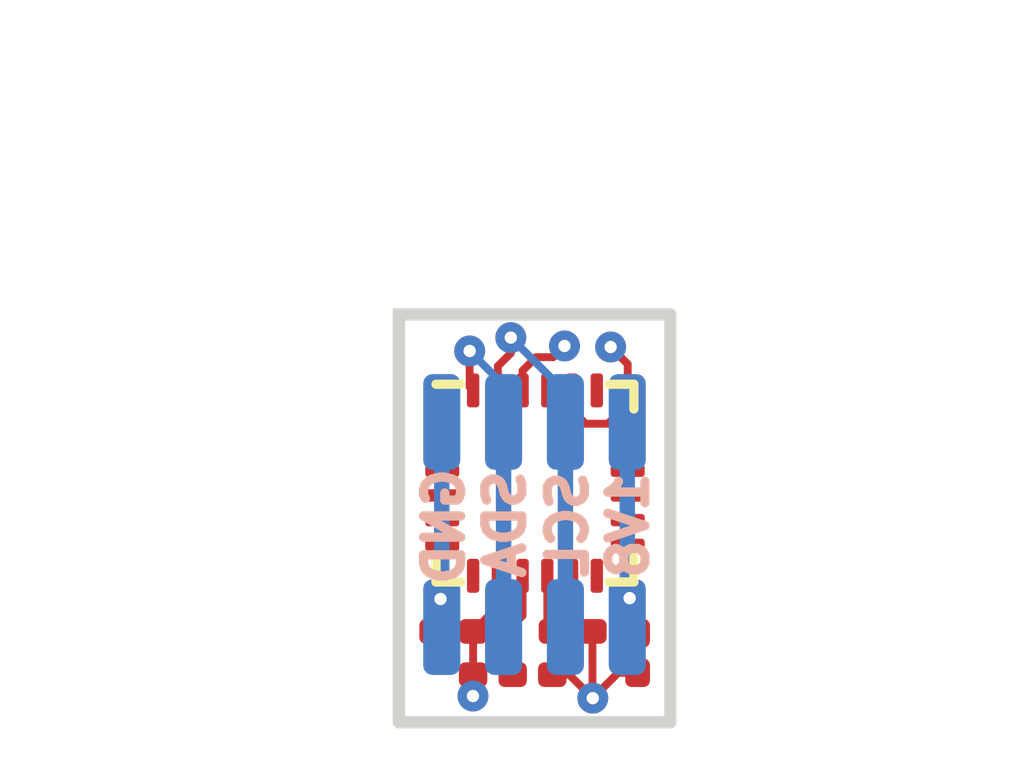
<source format=kicad_pcb>
(kicad_pcb (version 20221018) (generator pcbnew)
  (layers (0 "F.Cu" signal) (1 "In1.Cu" signal) (2 "In2.Cu" signal) (31 "B.Cu" signal) (34 "B.Paste" user) (35 "F.Paste" user) (36 "B.SilkS" user "B.Silkscreen") (37 "F.SilkS" user "F.Silkscreen") (38 "B.Mask" user) (39 "F.Mask" user) (44 "Edge.Cuts" user))
  (net 0 "")
  (net 1 "GND")
  (net 2 "+1V8")
  (net 3 "Net-(U1-REGOUT)")
  (net 4 "SCL")
  (net 5 "SDA")
  (net 6 "Net-(JP1-C)")
  (footprint "footprints:Micro_Solder_Jumper" (layer "F.Cu") (at 124.64 98.1 180)
    (fp_text reference "JP1" hide)
    (fp_text value "SolderJumper_3_Open")
    (pad "1" smd roundrect (at -0.64 0 180) (size 0.46 0.4) (layers "F.Cu" "F.Mask") (net 1 "GND"))
    (pad "2" smd roundrect (at 0 0 180) (size 0.46 0.4) (layers "F.Cu" "F.Mask") (net 6 "Net-(JP1-C)"))
    (pad "3" smd roundrect (at 0.64 0 180) (size 0.46 0.4) (layers "F.Cu" "F.Mask") (net 2 "+1V8"))
  )
  (footprint "Sensor_Motion:InvenSense_QFN-24_3x3mm_P0.4mm" (layer "F.Cu") (at 125 95)
    (fp_text reference "U1" hide)
    (fp_text value "ICM-20948")
    (fp_line (start -1.6 -1.6) (end -1.2 -1.6) (stroke (width 0.15)) (layer "F.SilkS"))
    (fp_line (start -1.6 1.6) (end -1.6 1.2) (stroke (width 0.15)) (layer "F.SilkS"))
    (fp_line (start -1.6 1.6) (end -1.2 1.6) (stroke (width 0.15)) (layer "F.SilkS"))
    (fp_line (start 1.6 -1.6) (end 1.2 -1.6) (stroke (width 0.15)) (layer "F.SilkS"))
    (fp_line (start 1.6 -1.6) (end 1.6 -1.2) (stroke (width 0.15)) (layer "F.SilkS"))
    (fp_line (start 1.6 1.6) (end 1.2 1.6) (stroke (width 0.15)) (layer "F.SilkS"))
    (fp_line (start 1.6 1.6) (end 1.6 1.2) (stroke (width 0.15)) (layer "F.SilkS"))
    (pad "1" smd roundrect (at -1.5 -1) (size 0.55 0.2) (layers "F.Cu" "F.Paste" "F.Mask"))
    (pad "2" smd roundrect (at -1.5 -0.6) (size 0.55 0.2) (layers "F.Cu" "F.Paste" "F.Mask"))
    (pad "3" smd roundrect (at -1.5 -0.2) (size 0.55 0.2) (layers "F.Cu" "F.Paste" "F.Mask"))
    (pad "4" smd roundrect (at -1.5 0.2) (size 0.55 0.2) (layers "F.Cu" "F.Paste" "F.Mask"))
    (pad "5" smd roundrect (at -1.5 0.6) (size 0.55 0.2) (layers "F.Cu" "F.Paste" "F.Mask"))
    (pad "6" smd roundrect (at -1.5 1) (size 0.55 0.2) (layers "F.Cu" "F.Paste" "F.Mask"))
    (pad "7" smd roundrect (at -1 1.5 90) (size 0.55 0.2) (layers "F.Cu" "F.Paste" "F.Mask"))
    (pad "8" smd roundrect (at -0.6 1.5 90) (size 0.55 0.2) (layers "F.Cu" "F.Paste" "F.Mask") (net 2 "+1V8"))
    (pad "9" smd roundrect (at -0.2 1.5 90) (size 0.55 0.2) (layers "F.Cu" "F.Paste" "F.Mask") (net 6 "Net-(JP1-C)"))
    (pad "10" smd roundrect (at 0.2 1.5 90) (size 0.55 0.2) (layers "F.Cu" "F.Paste" "F.Mask") (net 3 "Net-(U1-REGOUT)"))
    (pad "11" smd roundrect (at 0.6 1.5 90) (size 0.55 0.2) (layers "F.Cu" "F.Paste" "F.Mask"))
    (pad "12" smd roundrect (at 1 1.5 90) (size 0.55 0.2) (layers "F.Cu" "F.Paste" "F.Mask"))
    (pad "13" smd roundrect (at 1.5 1) (size 0.55 0.2) (layers "F.Cu" "F.Paste" "F.Mask") (net 2 "+1V8"))
    (pad "14" smd roundrect (at 1.5 0.6) (size 0.55 0.2) (layers "F.Cu" "F.Paste" "F.Mask"))
    (pad "15" smd roundrect (at 1.5 0.2) (size 0.55 0.2) (layers "F.Cu" "F.Paste" "F.Mask"))
    (pad "16" smd roundrect (at 1.5 -0.2) (size 0.55 0.2) (layers "F.Cu" "F.Paste" "F.Mask"))
    (pad "17" smd roundrect (at 1.5 -0.6) (size 0.55 0.2) (layers "F.Cu" "F.Paste" "F.Mask"))
    (pad "18" smd roundrect (at 1.5 -1) (size 0.55 0.2) (layers "F.Cu" "F.Paste" "F.Mask") (net 1 "GND"))
    (pad "19" smd roundrect (at 1 -1.5 90) (size 0.55 0.2) (layers "F.Cu" "F.Paste" "F.Mask"))
    (pad "20" smd roundrect (at 0.6 -1.5 90) (size 0.55 0.2) (layers "F.Cu" "F.Paste" "F.Mask") (net 1 "GND"))
    (pad "21" smd roundrect (at 0.2 -1.5 90) (size 0.55 0.2) (layers "F.Cu" "F.Paste" "F.Mask"))
    (pad "22" smd roundrect (at -0.2 -1.5 90) (size 0.55 0.2) (layers "F.Cu" "F.Paste" "F.Mask") (net 2 "+1V8"))
    (pad "23" smd roundrect (at -0.6 -1.5 90) (size 0.55 0.2) (layers "F.Cu" "F.Paste" "F.Mask") (net 4 "SCL"))
    (pad "24" smd roundrect (at -1 -1.5 90) (size 0.55 0.2) (layers "F.Cu" "F.Paste" "F.Mask") (net 5 "SDA"))
  )
  (footprint "Capacitor_SMD:C_0201_0603Metric" (layer "F.Cu") (at 123.68 97.4)
    (fp_text reference "C1" hide)
    (fp_text value "100n")
    (pad "1" smd roundrect (at -0.32 0) (size 0.46 0.4) (layers "F.Cu" "F.Mask") (net 1 "GND"))
    (pad "2" smd roundrect (at 0.32 0) (size 0.46 0.4) (layers "F.Cu" "F.Mask") (net 2 "+1V8"))
  )
  (footprint "Capacitor_SMD:C_0201_0603Metric" (layer "F.Cu") (at 125.61 97.4)
    (fp_text reference "C3" hide)
    (fp_text value "100n")
    (pad "1" smd roundrect (at -0.32 0) (size 0.46 0.4) (layers "F.Cu" "F.Mask") (net 3 "Net-(U1-REGOUT)"))
    (pad "2" smd roundrect (at 0.32 0) (size 0.46 0.4) (layers "F.Cu" "F.Mask") (net 1 "GND"))
  )
  (footprint "Capacitor_SMD:C_0201_0603Metric" (layer "F.Cu") (at 126.66 97.75 -90)
    (fp_text reference "C2" hide)
    (fp_text value "100n")
    (pad "1" smd roundrect (at -0.32 0 270) (size 0.46 0.4) (layers "F.Cu" "F.Mask") (net 2 "+1V8"))
    (pad "2" smd roundrect (at 0.32 0 270) (size 0.46 0.4) (layers "F.Cu" "F.Mask") (net 1 "GND"))
  )
  (footprint "footprints:JST_SH_SM04B-SRSS-TB_1x04-1MP_P1.00mm_Horizontal_Only_Wire_Pads" (layer "B.Cu") (at 125 98.040279)
    (fp_text reference "J2" hide)
    (fp_text value "Conn_01x04")
    (pad "1" smd roundrect (at -1.507303 -0.710279) (size 0.6 1.55) (layers "B.Cu" "B.Paste" "B.Mask") (net 1 "GND"))
    (pad "2" smd roundrect (at -0.507303 -0.710279) (size 0.6 1.55) (layers "B.Cu" "B.Paste" "B.Mask") (net 5 "SDA"))
    (pad "3" smd roundrect (at 0.492697 -0.710279) (size 0.6 1.55) (layers "B.Cu" "B.Paste" "B.Mask") (net 4 "SCL"))
    (pad "4" smd roundrect (at 1.492697 -0.710279) (size 0.6 1.55) (layers "B.Cu" "B.Paste" "B.Mask") (net 2 "+1V8"))
  )
  (footprint "footprints:JST_SH_SM04B-SRSS-TB_1x04-1MP_P1.00mm_Horizontal_Only_Wire_Pads" (layer "B.Cu") (at 125 94.720279)
    (fp_text reference "J1" hide)
    (fp_text value "Conn_01x04")
    (pad "1" smd roundrect (at -1.507303 -0.710279) (size 0.6 1.55) (layers "B.Cu" "B.Paste" "B.Mask") (net 1 "GND"))
    (pad "2" smd roundrect (at -0.507303 -0.710279) (size 0.6 1.55) (layers "B.Cu" "B.Paste" "B.Mask") (net 5 "SDA"))
    (pad "3" smd roundrect (at 0.492697 -0.710279) (size 0.6 1.55) (layers "B.Cu" "B.Paste" "B.Mask") (net 4 "SCL"))
    (pad "4" smd roundrect (at 1.492697 -0.710279) (size 0.6 1.55) (layers "B.Cu" "B.Paste" "B.Mask") (net 2 "+1V8"))
  )
  (gr_rect (start 122.8 92.27) (end 127.19 98.87) (stroke (width 0.2)) (fill none) (layer "Edge.Cuts"))
  (gr_text "SCL" (at 125.88 94.74 90) (layer "B.SilkS") (effects (font (size 0.6 0.6) (thickness 0.15) bold) (justify left bottom mirror)))
  (gr_text "GND" (at 123.88 94.69 90) (layer "B.SilkS") (effects (font (size 0.6 0.6) (thickness 0.15) bold) (justify left bottom mirror)))
  (gr_text "1V8" (at 126.86 94.76 90) (layer "B.SilkS") (effects (font (size 0.6 0.6) (thickness 0.15) bold) (justify left bottom mirror)))
  (gr_text "SDA" (at 124.87 94.72 90) (layer "B.SilkS") (effects (font (size 0.6 0.6) (thickness 0.15) bold) (justify left bottom mirror)))
  (segment (start 126.219742 94) (end 126.181242 94.0385) (width 0.127) (layer "F.Cu") (net 1))
  (segment (start 126.5 94) (end 126.219742 94) (width 0.127) (layer "F.Cu") (net 1))
  (segment (start 125.554946 98.1) (end 125.935105 98.480159) (width 0.127) (layer "F.Cu") (net 1))
  (segment (start 125.93 97.4) (end 125.93 98.475054) (width 0.127) (layer "F.Cu") (net 1))
  (segment (start 126.181242 94.0385) (end 125.818758 94.0385) (width 0.127) (layer "F.Cu") (net 1))
  (segment (start 125.93 98.475054) (end 125.935105 98.480159) (width 0.127) (layer "F.Cu") (net 1))
  (segment (start 125.818758 94.0385) (end 125.6 93.819742) (width 0.127) (layer "F.Cu") (net 1))
  (segment (start 123.36 97.4) (end 123.472869 97.287131) (width 0.127) (layer "F.Cu") (net 1))
  (segment (start 126.345264 98.07) (end 125.935105 98.480159) (width 0.127) (layer "F.Cu") (net 1))
  (segment (start 126.5 94) (end 126.5 93.07361) (width 0.127) (layer "F.Cu") (net 1))
  (segment (start 125.28 98.1) (end 125.554946 98.1) (width 0.127) (layer "F.Cu") (net 1))
  (segment (start 126.66 98.07) (end 126.345264 98.07) (width 0.127) (layer "F.Cu") (net 1))
  (segment (start 126.5 93.07361) (end 126.223796 92.797406) (width 0.127) (layer "F.Cu") (net 1))
  (segment (start 123.472869 97.287131) (end 123.472869 96.875366) (width 0.127) (layer "F.Cu") (net 1))
  (segment (start 125.6 93.819742) (end 125.6 93.5) (width 0.127) (layer "F.Cu") (net 1))
  (via (at 126.223796 92.797406) (size 0.5) (drill 0.2) (layers "F.Cu" "B.Cu") (net 1))
  (via (at 125.935105 98.480159) (size 0.5) (drill 0.2) (layers "F.Cu" "B.Cu") (net 1))
  (via (at 123.472869 96.875366) (size 0.5) (drill 0.2) (layers "F.Cu" "B.Cu") (net 1))
  (segment (start 123.492697 97.33) (end 123.492697 96.895194) (width 0.127) (layer "B.Cu") (net 1))
  (segment (start 123.492697 97.33) (end 123.492697 94.01) (width 0.25) (layer "B.Cu") (net 1))
  (segment (start 123.492697 96.895194) (end 123.472869 96.875366) (width 0.127) (layer "B.Cu") (net 1))
  (segment (start 124.8 93.180258) (end 124.8 93.5) (width 0.127) (layer "F.Cu") (net 2))
  (segment (start 124 98.44316) (end 123.99768 98.44548) (width 0.127) (layer "F.Cu") (net 2))
  (segment (start 126.531058 96.861687) (end 126.531058 96.031058) (width 0.127) (layer "F.Cu") (net 2))
  (segment (start 126.531058 96.031058) (end 126.5 96) (width 0.127) (layer "F.Cu") (net 2))
  (segment (start 125.018758 92.9615) (end 124.8 93.180258) (width 0.127) (layer "F.Cu") (net 2))
  (segment (start 126.66 97.43) (end 126.531058 97.301058) (width 0.127) (layer "F.Cu") (net 2))
  (segment (start 124.4 97) (end 124.4 96.5) (width 0.127) (layer "F.Cu") (net 2))
  (segment (start 126.531058 97.301058) (end 126.531058 96.861687) (width 0.127) (layer "F.Cu") (net 2))
  (segment (start 125.477554 92.780599) (end 125.296653 92.9615) (width 0.127) (layer "F.Cu") (net 2))
  (segment (start 124 97.4) (end 124.4 97) (width 0.127) (layer "F.Cu") (net 2))
  (segment (start 124 98.1) (end 124 97.4) (width 0.127) (layer "F.Cu") (net 2))
  (segment (start 124 98.1) (end 124 98.44316) (width 0.127) (layer "F.Cu") (net 2))
  (segment (start 125.296653 92.9615) (end 125.018758 92.9615) (width 0.127) (layer "F.Cu") (net 2))
  (via (at 126.531058 96.861687) (size 0.5) (drill 0.2) (layers "F.Cu" "B.Cu") (net 2))
  (via (at 125.477554 92.780599) (size 0.5) (drill 0.2) (layers "F.Cu" "B.Cu") (net 2))
  (via (at 123.99768 98.44548) (size 0.5) (drill 0.2) (layers "F.Cu" "B.Cu") (net 2))
  (segment (start 126.492697 96.900048) (end 126.531058 96.861687) (width 0.127) (layer "B.Cu") (net 2))
  (segment (start 126.492697 94.01) (end 126.492697 97.33) (width 0.25) (layer "B.Cu") (net 2))
  (segment (start 126.492697 97.33) (end 126.492697 96.900048) (width 0.127) (layer "B.Cu") (net 2))
  (segment (start 125.2 97.31) (end 125.2 96.5) (width 0.127) (layer "F.Cu") (net 3))
  (segment (start 125.29 97.4) (end 125.2 97.31) (width 0.127) (layer "F.Cu") (net 3))
  (segment (start 124.609503 92.645263) (end 124.609503 92.897755) (width 0.127) (layer "F.Cu") (net 4))
  (segment (start 124.4 93.107258) (end 124.4 93.5) (width 0.127) (layer "F.Cu") (net 4))
  (segment (start 124.609503 92.897755) (end 124.4 93.107258) (width 0.127) (layer "F.Cu") (net 4))
  (via (at 124.609503 92.645263) (size 0.5) (drill 0.2) (layers "F.Cu" "B.Cu") (net 4))
  (segment (start 124.609503 92.645263) (end 125.492697 93.528457) (width 0.127) (layer "B.Cu") (net 4))
  (segment (start 125.492697 94.01) (end 125.492697 97.33) (width 0.25) (layer "B.Cu") (net 4))
  (segment (start 125.492697 93.528457) (end 125.492697 94.01) (width 0.127) (layer "B.Cu") (net 4))
  (segment (start 123.944382 93.444382) (end 123.944382 92.861867) (width 0.127) (layer "F.Cu") (net 5))
  (segment (start 124 93.5) (end 123.944382 93.444382) (width 0.127) (layer "F.Cu") (net 5))
  (via (at 123.944382 92.861867) (size 0.5) (drill 0.2) (layers "F.Cu" "B.Cu") (net 5))
  (segment (start 124.492697 94.01) (end 124.492697 97.33) (width 0.25) (layer "B.Cu") (net 5))
  (segment (start 123.944382 92.861867) (end 124.492697 93.410182) (width 0.127) (layer "B.Cu") (net 5))
  (segment (start 124.492697 93.410182) (end 124.492697 94.01) (width 0.127) (layer "B.Cu") (net 5))
  (segment (start 124.64 98.1) (end 124.64 97.303162) (width 0.127) (layer "F.Cu") (net 6))
  (segment (start 124.8 97.143162) (end 124.8 96.5) (width 0.127) (layer "F.Cu") (net 6))
  (segment (start 124.64 97.303162) (end 124.8 97.143162) (width 0.127) (layer "F.Cu") (net 6))
)
</source>
